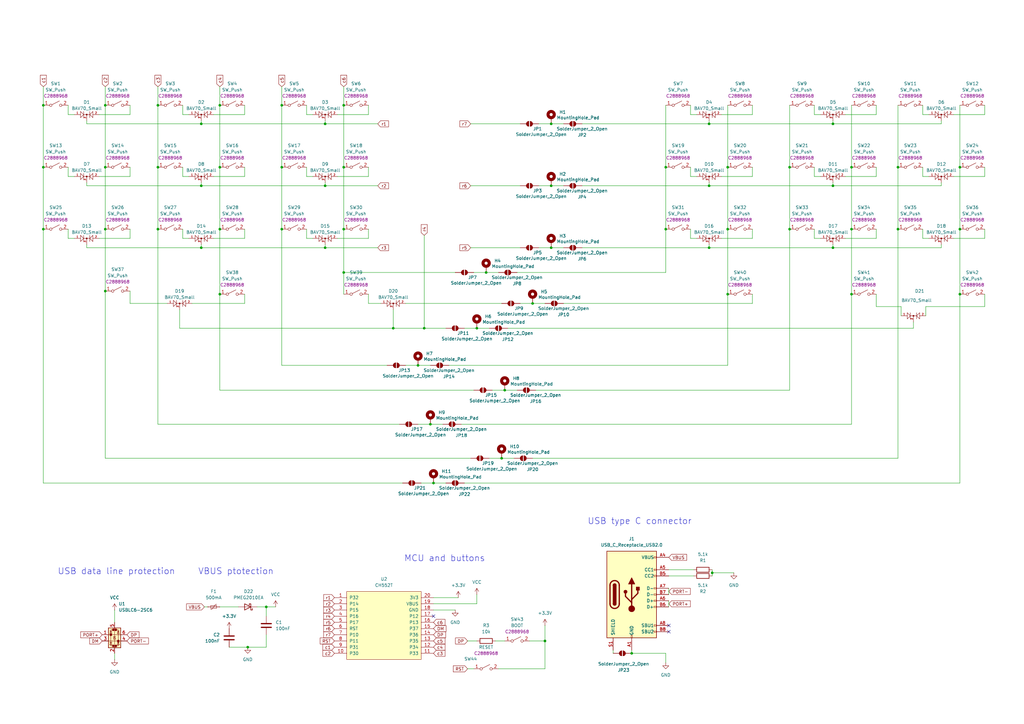
<source format=kicad_sch>
(kicad_sch (version 20231120) (generator "eeschema") (generator_version "8.0")
  (paper "A3")
  (title_block (title "\"Toad'sTempest\" mechanical keyboard") (company "T1K1N$0N") (comment 1 "https://github.com/tikinson/ToadsTempest"))
  (junction (at 90.17 120.65))
  (junction (at 298.45 120.65))
  (junction (at 140.97 111.76))
  (junction (at 298.45 93.98))
  (junction (at 82.55 50.8))
  (junction (at 173.99 134.62))
  (junction (at 393.7 93.98))
  (junction (at 218.44 124.46))
  (junction (at 171.45 149.86))
  (junction (at 207.01 160.02))
  (junction (at 17.78 93.98))
  (junction (at 290.83 76.2))
  (junction (at 64.77 68.58))
  (junction (at 43.18 93.98))
  (junction (at 17.78 68.58))
  (junction (at 115.57 93.98))
  (junction (at 393.7 68.58))
  (junction (at 90.17 43.18))
  (junction (at 115.57 68.58))
  (junction (at 349.25 68.58))
  (junction (at 226.06 76.2))
  (junction (at 273.05 68.58))
  (junction (at 341.63 101.6))
  (junction (at 226.06 50.8))
  (junction (at 133.35 76.2))
  (junction (at 90.17 93.98))
  (junction (at 133.35 101.6))
  (junction (at 101.6 265.43))
  (junction (at 133.35 50.8))
  (junction (at 199.39 111.76))
  (junction (at 273.05 93.98))
  (junction (at 90.17 68.58))
  (junction (at 115.57 43.18))
  (junction (at 290.83 50.8))
  (junction (at 349.25 120.65))
  (junction (at 140.97 93.98))
  (junction (at 82.55 101.6))
  (junction (at 341.63 50.8))
  (junction (at 393.7 120.65))
  (junction (at 368.3 93.98))
  (junction (at 298.45 68.58))
  (junction (at 140.97 68.58))
  (junction (at 177.8 198.12))
  (junction (at 43.18 119.38))
  (junction (at 226.06 101.6))
  (junction (at 290.83 101.6))
  (junction (at 161.29 134.62))
  (junction (at 195.58 134.62))
  (junction (at 223.52 262.89))
  (junction (at 140.97 43.18))
  (junction (at 323.85 93.98))
  (junction (at 259.08 267.97))
  (junction (at 17.78 43.18))
  (junction (at 109.22 248.92))
  (junction (at 341.63 76.2))
  (junction (at 292.1 234.95))
  (junction (at 349.25 93.98))
  (junction (at 323.85 68.58))
  (junction (at 64.77 93.98))
  (junction (at 64.77 43.18))
  (junction (at 43.18 68.58))
  (junction (at 43.18 43.18))
  (junction (at 176.53 173.99))
  (junction (at 82.55 76.2))
  (junction (at 205.74 187.96))
  (junction (at 368.3 68.58))
  (no_connect (at 274.32 256.54))
  (no_connect (at 274.32 259.08))
  (no_connect (at 177.8 252.73))
  (wire (pts (xy 166.37 124.46) (xy 205.74 124.46)))
  (wire (pts (xy 90.17 68.58) (xy 90.17 93.98)))
  (wire (pts (xy 133.35 100.33) (xy 133.35 101.6)))
  (wire (pts (xy 82.55 101.6) (xy 82.55 100.33)))
  (wire (pts (xy 173.99 134.62) (xy 182.88 134.62)))
  (wire (pts (xy 238.76 76.2) (xy 290.83 76.2)))
  (wire (pts (xy 378.46 72.39) (xy 381 72.39)))
  (wire (pts (xy 140.97 68.58) (xy 140.97 93.98)))
  (wire (pts (xy 115.57 43.18) (xy 115.57 68.58)))
  (wire (pts (xy 231.14 101.6) (xy 226.06 101.6)))
  (wire (pts (xy 46.99 250.19) (xy 46.99 255.27)))
  (wire (pts (xy 140.97 35.56) (xy 140.97 43.18)))
  (wire (pts (xy 386.08 50.8) (xy 386.08 49.53)))
  (wire (pts (xy 403.86 93.98) (xy 403.86 97.79)))
  (wire (pts (xy 27.94 72.39) (xy 30.48 72.39)))
  (wire (pts (xy 64.77 35.56) (xy 64.77 43.18)))
  (wire (pts (xy 151.13 97.79) (xy 138.43 97.79)))
  (wire (pts (xy 73.66 134.62) (xy 161.29 134.62)))
  (wire (pts (xy 378.46 43.18) (xy 378.46 46.99)))
  (wire (pts (xy 220.98 76.2) (xy 226.06 76.2)))
  (wire (pts (xy 292.1 234.95) (xy 292.1 236.22)))
  (wire (pts (xy 27.94 97.79) (xy 30.48 97.79)))
  (wire (pts (xy 193.04 101.6) (xy 213.36 101.6)))
  (wire (pts (xy 274.32 233.68) (xy 284.48 233.68)))
  (wire (pts (xy 190.5 198.12) (xy 393.7 198.12)))
  (wire (pts (xy 323.85 93.98) (xy 323.85 160.02)))
  (wire (pts (xy 181.61 173.99) (xy 176.53 173.99)))
  (wire (pts (xy 53.34 119.38) (xy 53.34 124.46)))
  (wire (pts (xy 151.13 72.39) (xy 138.43 72.39)))
  (wire (pts (xy 125.73 68.58) (xy 125.73 72.39)))
  (wire (pts (xy 53.34 124.46) (xy 68.58 124.46)))
  (wire (pts (xy 194.31 111.76) (xy 199.39 111.76)))
  (wire (pts (xy 191.77 262.89) (xy 195.58 262.89)))
  (wire (pts (xy 125.73 43.18) (xy 125.73 46.99)))
  (wire (pts (xy 100.33 72.39) (xy 87.63 72.39)))
  (wire (pts (xy 74.93 93.98) (xy 74.93 97.79)))
  (wire (pts (xy 17.78 43.18) (xy 17.78 68.58)))
  (wire (pts (xy 379.73 125.73) (xy 379.73 129.54)))
  (wire (pts (xy 189.23 173.99) (xy 349.25 173.99)))
  (wire (pts (xy 231.14 124.46) (xy 308.61 124.46)))
  (wire (pts (xy 290.83 76.2) (xy 341.63 76.2)))
  (wire (pts (xy 259.08 266.7) (xy 259.08 267.97)))
  (wire (pts (xy 35.56 101.6) (xy 35.56 100.33)))
  (wire (pts (xy 210.82 187.96) (xy 205.74 187.96)))
  (wire (pts (xy 74.93 43.18) (xy 74.93 46.99)))
  (wire (pts (xy 386.08 76.2) (xy 386.08 74.93)))
  (wire (pts (xy 82.55 50.8) (xy 133.35 50.8)))
  (wire (pts (xy 204.47 111.76) (xy 199.39 111.76)))
  (wire (pts (xy 308.61 46.99) (xy 295.91 46.99)))
  (wire (pts (xy 290.83 101.6) (xy 290.83 100.33)))
  (wire (pts (xy 273.05 267.97) (xy 259.08 267.97)))
  (wire (pts (xy 115.57 93.98) (xy 115.57 149.86)))
  (wire (pts (xy 151.13 93.98) (xy 151.13 97.79)))
  (wire (pts (xy 368.3 68.58) (xy 368.3 93.98)))
  (wire (pts (xy 64.77 173.99) (xy 163.83 173.99)))
  (wire (pts (xy 43.18 93.98) (xy 43.18 119.38)))
  (wire (pts (xy 273.05 68.58) (xy 273.05 93.98)))
  (wire (pts (xy 93.98 265.43) (xy 101.6 265.43)))
  (wire (pts (xy 359.41 72.39) (xy 346.71 72.39)))
  (wire (pts (xy 359.41 125.73) (xy 369.57 125.73)))
  (wire (pts (xy 90.17 35.56) (xy 90.17 43.18)))
  (wire (pts (xy 298.45 68.58) (xy 298.45 93.98)))
  (wire (pts (xy 359.41 97.79) (xy 346.71 97.79)))
  (wire (pts (xy 274.32 246.38) (xy 274.32 248.92)))
  (wire (pts (xy 200.66 187.96) (xy 205.74 187.96)))
  (wire (pts (xy 231.14 76.2) (xy 226.06 76.2)))
  (wire (pts (xy 231.14 50.8) (xy 226.06 50.8)))
  (wire (pts (xy 220.98 50.8) (xy 226.06 50.8)))
  (wire (pts (xy 273.05 111.76) (xy 212.09 111.76)))
  (wire (pts (xy 115.57 35.56) (xy 115.57 43.18)))
  (wire (pts (xy 219.71 160.02) (xy 323.85 160.02)))
  (wire (pts (xy 177.8 245.11) (xy 187.96 245.11)))
  (wire (pts (xy 193.04 50.8) (xy 213.36 50.8)))
  (wire (pts (xy 217.17 262.89) (xy 223.52 262.89)))
  (wire (pts (xy 125.73 93.98) (xy 125.73 97.79)))
  (wire (pts (xy 82.55 76.2) (xy 133.35 76.2)))
  (wire (pts (xy 35.56 76.2) (xy 35.56 74.93)))
  (wire (pts (xy 223.52 256.54) (xy 223.52 262.89)))
  (wire (pts (xy 140.97 93.98) (xy 140.97 111.76)))
  (wire (pts (xy 133.35 74.93) (xy 133.35 76.2)))
  (wire (pts (xy 369.57 125.73) (xy 369.57 129.54)))
  (wire (pts (xy 115.57 68.58) (xy 115.57 93.98)))
  (wire (pts (xy 274.32 236.22) (xy 284.48 236.22)))
  (wire (pts (xy 393.7 93.98) (xy 393.7 120.65)))
  (wire (pts (xy 323.85 43.18) (xy 323.85 68.58)))
  (wire (pts (xy 161.29 127) (xy 161.29 134.62)))
  (wire (pts (xy 283.21 46.99) (xy 285.75 46.99)))
  (wire (pts (xy 359.41 93.98) (xy 359.41 97.79)))
  (wire (pts (xy 115.57 149.86) (xy 158.75 149.86)))
  (wire (pts (xy 203.2 262.89) (xy 207.01 262.89)))
  (wire (pts (xy 195.58 247.65) (xy 195.58 243.84)))
  (wire (pts (xy 82.55 50.8) (xy 82.55 49.53)))
  (wire (pts (xy 74.93 46.99) (xy 77.47 46.99)))
  (wire (pts (xy 292.1 234.95) (xy 292.1 233.68)))
  (wire (pts (xy 223.52 262.89) (xy 223.52 274.32)))
  (wire (pts (xy 53.34 93.98) (xy 53.34 97.79)))
  (wire (pts (xy 274.32 241.3) (xy 274.32 243.84)))
  (wire (pts (xy 90.17 160.02) (xy 194.31 160.02)))
  (wire (pts (xy 403.86 120.65) (xy 403.86 125.73)))
  (wire (pts (xy 341.63 100.33) (xy 341.63 101.6)))
  (wire (pts (xy 17.78 35.56) (xy 17.78 43.18)))
  (wire (pts (xy 290.83 101.6) (xy 341.63 101.6)))
  (wire (pts (xy 308.61 97.79) (xy 295.91 97.79)))
  (wire (pts (xy 374.65 134.62) (xy 374.65 132.08)))
  (wire (pts (xy 35.56 50.8) (xy 35.56 49.53)))
  (wire (pts (xy 190.5 134.62) (xy 195.58 134.62)))
  (wire (pts (xy 386.08 101.6) (xy 386.08 100.33)))
  (wire (pts (xy 27.94 93.98) (xy 27.94 97.79)))
  (wire (pts (xy 208.28 134.62) (xy 374.65 134.62)))
  (wire (pts (xy 334.01 72.39) (xy 336.55 72.39)))
  (wire (pts (xy 73.66 127) (xy 73.66 134.62)))
  (wire (pts (xy 90.17 43.18) (xy 90.17 68.58)))
  (wire (pts (xy 220.98 101.6) (xy 226.06 101.6)))
  (wire (pts (xy 298.45 120.65) (xy 298.45 149.86)))
  (wire (pts (xy 125.73 97.79) (xy 128.27 97.79)))
  (wire (pts (xy 393.7 120.65) (xy 393.7 198.12)))
  (wire (pts (xy 64.77 43.18) (xy 64.77 68.58)))
  (wire (pts (xy 359.41 120.65) (xy 359.41 125.73)))
  (wire (pts (xy 283.21 97.79) (xy 285.75 97.79)))
  (wire (pts (xy 151.13 124.46) (xy 156.21 124.46)))
  (wire (pts (xy 100.33 68.58) (xy 100.33 72.39)))
  (wire (pts (xy 341.63 76.2) (xy 386.08 76.2)))
  (wire (pts (xy 161.29 134.62) (xy 173.99 134.62)))
  (wire (pts (xy 17.78 93.98) (xy 17.78 198.12)))
  (wire (pts (xy 109.22 248.92) (xy 109.22 252.73)))
  (wire (pts (xy 43.18 35.56) (xy 43.18 43.18)))
  (wire (pts (xy 378.46 93.98) (xy 378.46 97.79)))
  (wire (pts (xy 349.25 43.18) (xy 349.25 68.58)))
  (wire (pts (xy 368.3 93.98) (xy 368.3 187.96)))
  (wire (pts (xy 193.04 76.2) (xy 213.36 76.2)))
  (wire (pts (xy 378.46 97.79) (xy 381 97.79)))
  (wire (pts (xy 334.01 43.18) (xy 334.01 46.99)))
  (wire (pts (xy 43.18 119.38) (xy 43.18 187.96)))
  (wire (pts (xy 100.33 93.98) (xy 100.33 97.79)))
  (wire (pts (xy 82.55 76.2) (xy 82.55 74.93)))
  (wire (pts (xy 359.41 46.99) (xy 346.71 46.99)))
  (wire (pts (xy 403.86 68.58) (xy 403.86 72.39)))
  (wire (pts (xy 177.8 250.19) (xy 186.69 250.19)))
  (wire (pts (xy 100.33 124.46) (xy 78.74 124.46)))
  (wire (pts (xy 290.83 50.8) (xy 290.83 49.53)))
  (wire (pts (xy 273.05 43.18) (xy 273.05 68.58)))
  (wire (pts (xy 403.86 97.79) (xy 391.16 97.79)))
  (wire (pts (xy 53.34 97.79) (xy 40.64 97.79)))
  (wire (pts (xy 283.21 72.39) (xy 285.75 72.39)))
  (wire (pts (xy 403.86 43.18) (xy 403.86 46.99)))
  (wire (pts (xy 393.7 43.18) (xy 393.7 68.58)))
  (wire (pts (xy 74.93 68.58) (xy 74.93 72.39)))
  (wire (pts (xy 151.13 120.65) (xy 151.13 124.46)))
  (wire (pts (xy 35.56 50.8) (xy 82.55 50.8)))
  (wire (pts (xy 349.25 120.65) (xy 349.25 173.99)))
  (wire (pts (xy 100.33 43.18) (xy 100.33 46.99)))
  (wire (pts (xy 323.85 68.58) (xy 323.85 93.98)))
  (wire (pts (xy 283.21 43.18) (xy 283.21 46.99)))
  (wire (pts (xy 379.73 125.73) (xy 403.86 125.73)))
  (wire (pts (xy 177.8 247.65) (xy 195.58 247.65)))
  (wire (pts (xy 403.86 72.39) (xy 391.16 72.39)))
  (wire (pts (xy 151.13 46.99) (xy 138.43 46.99)))
  (wire (pts (xy 300.99 234.95) (xy 292.1 234.95)))
  (wire (pts (xy 53.34 43.18) (xy 53.34 46.99)))
  (wire (pts (xy 74.93 97.79) (xy 77.47 97.79)))
  (wire (pts (xy 35.56 76.2) (xy 82.55 76.2)))
  (wire (pts (xy 109.22 248.92) (xy 113.03 248.92)))
  (wire (pts (xy 341.63 49.53) (xy 341.63 50.8)))
  (wire (pts (xy 64.77 93.98) (xy 64.77 173.99)))
  (wire (pts (xy 213.36 124.46) (xy 218.44 124.46)))
  (wire (pts (xy 53.34 68.58) (xy 53.34 72.39)))
  (wire (pts (xy 64.77 68.58) (xy 64.77 93.98)))
  (wire (pts (xy 334.01 46.99) (xy 336.55 46.99)))
  (wire (pts (xy 133.35 101.6) (xy 154.94 101.6)))
  (wire (pts (xy 82.55 101.6) (xy 35.56 101.6)))
  (wire (pts (xy 308.61 43.18) (xy 308.61 46.99)))
  (wire (pts (xy 191.77 274.32) (xy 194.31 274.32)))
  (wire (pts (xy 403.86 46.99) (xy 391.16 46.99)))
  (wire (pts (xy 173.99 96.52) (xy 173.99 134.62)))
  (wire (pts (xy 290.83 50.8) (xy 341.63 50.8)))
  (wire (pts (xy 101.6 265.43) (xy 109.22 265.43)))
  (wire (pts (xy 283.21 93.98) (xy 283.21 97.79)))
  (wire (pts (xy 46.99 267.97) (xy 46.99 270.51)))
  (wire (pts (xy 393.7 68.58) (xy 393.7 93.98)))
  (wire (pts (xy 212.09 160.02) (xy 207.01 160.02)))
  (wire (pts (xy 334.01 97.79) (xy 336.55 97.79)))
  (wire (pts (xy 125.73 72.39) (xy 128.27 72.39)))
  (wire (pts (xy 341.63 74.93) (xy 341.63 76.2)))
  (wire (pts (xy 308.61 120.65) (xy 308.61 124.46)))
  (wire (pts (xy 334.01 93.98) (xy 334.01 97.79)))
  (wire (pts (xy 298.45 43.18) (xy 298.45 68.58)))
  (wire (pts (xy 100.33 97.79) (xy 87.63 97.79)))
  (wire (pts (xy 341.63 101.6) (xy 386.08 101.6)))
  (wire (pts (xy 273.05 93.98) (xy 273.05 111.76)))
  (wire (pts (xy 53.34 72.39) (xy 40.64 72.39)))
  (wire (pts (xy 109.22 265.43) (xy 109.22 260.35)))
  (wire (pts (xy 349.25 68.58) (xy 349.25 93.98)))
  (wire (pts (xy 90.17 93.98) (xy 90.17 120.65)))
  (wire (pts (xy 53.34 46.99) (xy 40.64 46.99)))
  (wire (pts (xy 90.17 120.65) (xy 90.17 160.02)))
  (wire (pts (xy 223.52 274.32) (xy 204.47 274.32)))
  (wire (pts (xy 43.18 68.58) (xy 43.18 93.98)))
  (wire (pts (xy 238.76 50.8) (xy 290.83 50.8)))
  (wire (pts (xy 100.33 46.99) (xy 87.63 46.99)))
  (wire (pts (xy 17.78 68.58) (xy 17.78 93.98)))
  (wire (pts (xy 140.97 111.76) (xy 140.97 120.65)))
  (wire (pts (xy 186.69 111.76) (xy 140.97 111.76)))
  (wire (pts (xy 290.83 76.2) (xy 290.83 74.93)))
  (wire (pts (xy 349.25 93.98) (xy 349.25 120.65)))
  (wire (pts (xy 273.05 267.97) (xy 273.05 271.78)))
  (wire (pts (xy 238.76 101.6) (xy 290.83 101.6)))
  (wire (pts (xy 308.61 72.39) (xy 295.91 72.39)))
  (wire (pts (xy 359.41 43.18) (xy 359.41 46.99)))
  (wire (pts (xy 151.13 68.58) (xy 151.13 72.39)))
  (wire (pts (xy 43.18 43.18) (xy 43.18 68.58)))
  (wire (pts (xy 166.37 149.86) (xy 171.45 149.86)))
  (wire (pts (xy 368.3 43.18) (xy 368.3 68.58)))
  (wire (pts (xy 334.01 68.58) (xy 334.01 72.39)))
  (wire (pts (xy 140.97 43.18) (xy 140.97 68.58)))
  (wire (pts (xy 27.94 68.58) (xy 27.94 72.39)))
  (wire (pts (xy 83.82 248.92) (xy 85.09 248.92)))
  (wire (pts (xy 251.46 266.7) (xy 251.46 267.97)))
  (wire (pts (xy 378.46 46.99) (xy 381 46.99)))
  (wire (pts (xy 184.15 149.86) (xy 298.45 149.86)))
  (wire (pts (xy 193.04 187.96) (xy 43.18 187.96)))
  (wire (pts (xy 171.45 149.86) (xy 176.53 149.86)))
  (wire (pts (xy 171.45 173.99) (xy 176.53 173.99)))
  (wire (pts (xy 368.3 187.96) (xy 218.44 187.96)))
  (wire (pts (xy 283.21 68.58) (xy 283.21 72.39)))
  (wire (pts (xy 359.41 68.58) (xy 359.41 72.39)))
  (wire (pts (xy 218.44 124.46) (xy 223.52 124.46)))
  (wire (pts (xy 378.46 68.58) (xy 378.46 72.39)))
  (wire (pts (xy 298.45 93.98) (xy 298.45 120.65)))
  (wire (pts (xy 177.8 198.12) (xy 182.88 198.12)))
  (wire (pts (xy 125.73 46.99) (xy 128.27 46.99)))
  (wire (pts (xy 308.61 68.58) (xy 308.61 72.39)))
  (wire (pts (xy 151.13 43.18) (xy 151.13 46.99)))
  (wire (pts (xy 74.93 72.39) (xy 77.47 72.39)))
  (wire (pts (xy 105.41 248.92) (xy 109.22 248.92)))
  (wire (pts (xy 27.94 46.99) (xy 30.48 46.99)))
  (wire (pts (xy 90.17 248.92) (xy 97.79 248.92)))
  (wire (pts (xy 133.35 49.53) (xy 133.35 50.8)))
  (wire (pts (xy 201.93 160.02) (xy 207.01 160.02)))
  (wire (pts (xy 82.55 101.6) (xy 133.35 101.6)))
  (wire (pts (xy 133.35 50.8) (xy 154.94 50.8)))
  (wire (pts (xy 172.72 198.12) (xy 177.8 198.12)))
  (wire (pts (xy 195.58 134.62) (xy 200.66 134.62)))
  (wire (pts (xy 308.61 93.98) (xy 308.61 97.79)))
  (wire (pts (xy 27.94 43.18) (xy 27.94 46.99)))
  (wire (pts (xy 341.63 50.8) (xy 386.08 50.8)))
  (wire (pts (xy 100.33 120.65) (xy 100.33 124.46)))
  (wire (pts (xy 133.35 76.2) (xy 154.94 76.2)))
  (wire (pts (xy 17.78 198.12) (xy 165.1 198.12)))
  (text "USB data line protection\n" (at 47.752 234.442 0) (effects (font (size 2.54 2.54))))
  (text "MCU and buttons\n" (at 182.372 229.108 0) (effects (font (size 2.54 2.54))))
  (text "USB type C connector\n" (at 262.382 213.868 0) (effects (font (size 2.54 2.54))))
  (text "VBUS ptotection\n" (at 96.774 234.442 0) (effects (font (size 2.54 2.54))))
  (global_label "RST" (shape input) (at 137.16 262.89 180) (property "Intersheetrefs" "${INTERSHEET_REFS}" (effects (hide yes))))
  (global_label "DP" (shape input) (at 52.07 260.35 0) (property "Intersheetrefs" "${INTERSHEET_REFS}" (effects (hide yes))))
  (global_label "c4" (shape input) (at 177.8 265.43 0) (property "Intersheetrefs" "${INTERSHEET_REFS}" (effects (hide yes))))
  (global_label "r1" (shape input) (at 154.94 50.8 0) (property "Intersheetrefs" "${INTERSHEET_REFS}" (effects (hide yes))))
  (global_label "r2" (shape input) (at 137.16 247.65 180) (property "Intersheetrefs" "${INTERSHEET_REFS}" (effects (hide yes))))
  (global_label "DP" (shape input) (at 191.77 262.89 180) (property "Intersheetrefs" "${INTERSHEET_REFS}" (effects (hide yes))))
  (global_label "c1" (shape input) (at 17.78 35.56 90) (property "Intersheetrefs" "${INTERSHEET_REFS}" (effects (hide yes))))
  (global_label "r1" (shape input) (at 137.16 245.11 180) (property "Intersheetrefs" "${INTERSHEET_REFS}" (effects (hide yes))))
  (global_label "DM" (shape input) (at 41.91 262.89 180) (property "Intersheetrefs" "${INTERSHEET_REFS}" (effects (hide yes))))
  (global_label "DM" (shape input) (at 177.8 257.81 0) (property "Intersheetrefs" "${INTERSHEET_REFS}" (effects (hide yes))))
  (global_label "r5" (shape input) (at 137.16 255.27 180) (property "Intersheetrefs" "${INTERSHEET_REFS}" (effects (hide yes))))
  (global_label "c4" (shape input) (at 90.17 35.56 90) (property "Intersheetrefs" "${INTERSHEET_REFS}" (effects (hide yes))))
  (global_label "r3" (shape input) (at 154.94 101.6 0) (property "Intersheetrefs" "${INTERSHEET_REFS}" (effects (hide yes))))
  (global_label "r4" (shape input) (at 137.16 252.73 180) (property "Intersheetrefs" "${INTERSHEET_REFS}" (effects (hide yes))))
  (global_label "VBUS" (shape input) (at 83.82 248.92 180) (property "Intersheetrefs" "${INTERSHEET_REFS}" (effects (hide yes))))
  (global_label "c6" (shape input) (at 140.97 35.56 90) (property "Intersheetrefs" "${INTERSHEET_REFS}" (effects (hide yes))))
  (global_label "PORT-" (shape input) (at 274.32 242.57 0) (property "Intersheetrefs" "${INTERSHEET_REFS}" (effects (hide yes))))
  (global_label "c2" (shape input) (at 43.18 35.56 90) (property "Intersheetrefs" "${INTERSHEET_REFS}" (effects (hide yes))))
  (global_label "r5" (shape input) (at 193.04 101.6 180) (property "Intersheetrefs" "${INTERSHEET_REFS}" (effects (hide yes))))
  (global_label "r4" (shape input) (at 173.99 96.52 90) (property "Intersheetrefs" "${INTERSHEET_REFS}" (effects (hide yes))))
  (global_label "r6" (shape input) (at 193.04 76.2 180) (property "Intersheetrefs" "${INTERSHEET_REFS}" (effects (hide yes))))
  (global_label "r2" (shape input) (at 154.94 76.2 0) (property "Intersheetrefs" "${INTERSHEET_REFS}" (effects (hide yes))))
  (global_label "r6" (shape input) (at 137.16 257.81 180) (property "Intersheetrefs" "${INTERSHEET_REFS}" (effects (hide yes))))
  (global_label "PORT+" (shape input) (at 41.91 260.35 180) (property "Intersheetrefs" "${INTERSHEET_REFS}" (effects (hide yes))))
  (global_label "PORT+" (shape input) (at 274.32 247.65 0) (property "Intersheetrefs" "${INTERSHEET_REFS}" (effects (hide yes))))
  (global_label "c3" (shape input) (at 64.77 35.56 90) (property "Intersheetrefs" "${INTERSHEET_REFS}" (effects (hide yes))))
  (global_label "r3" (shape input) (at 137.16 250.19 180) (property "Intersheetrefs" "${INTERSHEET_REFS}" (effects (hide yes))))
  (global_label "c1" (shape input) (at 137.16 265.43 180) (property "Intersheetrefs" "${INTERSHEET_REFS}" (effects (hide yes))))
  (global_label "RST" (shape input) (at 191.77 274.32 180) (property "Intersheetrefs" "${INTERSHEET_REFS}" (effects (hide yes))))
  (global_label "c5" (shape input) (at 177.8 262.89 0) (property "Intersheetrefs" "${INTERSHEET_REFS}" (effects (hide yes))))
  (global_label "r7" (shape input) (at 193.04 50.8 180) (property "Intersheetrefs" "${INTERSHEET_REFS}" (effects (hide yes))))
  (global_label "c2" (shape input) (at 137.16 267.97 180) (property "Intersheetrefs" "${INTERSHEET_REFS}" (effects (hide yes))))
  (global_label "r7" (shape input) (at 137.16 260.35 180) (property "Intersheetrefs" "${INTERSHEET_REFS}" (effects (hide yes))))
  (global_label "c6" (shape input) (at 177.8 255.27 0) (property "Intersheetrefs" "${INTERSHEET_REFS}" (effects (hide yes))))
  (global_label "DP" (shape input) (at 177.8 260.35 0) (property "Intersheetrefs" "${INTERSHEET_REFS}" (effects (hide yes))))
  (global_label "c5" (shape input) (at 115.57 35.56 90) (property "Intersheetrefs" "${INTERSHEET_REFS}" (effects (hide yes))))
  (global_label "VBUS" (shape input) (at 274.32 228.6 0) (property "Intersheetrefs" "${INTERSHEET_REFS}" (effects (hide yes))))
  (global_label "PORT-" (shape input) (at 52.07 262.89 0) (property "Intersheetrefs" "${INTERSHEET_REFS}" (effects (hide yes))))
  (global_label "c3" (shape input) (at 177.8 267.97 0) (property "Intersheetrefs" "${INTERSHEET_REFS}" (effects (hide yes))))
  (symbol (lib_id "Switch:SW_SPST") (at 328.93 68.58 0) (unit 1)
    (property "Reference" "SW21" (at 328.93 59.69 0))
    (property "Value" "SW_Push" (at 328.93 62.23 0))
    (property "Footprint" "TKN_board_lib:BZCN-tsc003" (effects (hide yes)))
    (property "Description" "Single Pole Single Throw (SPST) switch" (effects (hide yes)))
    (property "LCSC Part " "C2888968" (at 328.93 64.77 0))
  )
  (symbol (lib_id "MarBastLib-Various:BAV70_Small") (at 386.08 97.79 0) (unit 1)
    (property "Reference" "D18" (at 386.08 92.71 0))
    (property "Value" "BAV70_Small" (at 386.08 95.25 0))
    (property "Footprint" "Package_TO_SOT_SMD:SOT-23_Handsoldering" (effects (hide yes)))
    (property "Datasheet" "https://assets.nexperia.com/documents/data-sheet/BAV70_SER.pdf" (effects (hide yes)))
  )
  (symbol (lib_id "MarBastLib-Various:BAV70_Small") (at 290.83 46.99 0) (unit 1)
    (property "Reference" "D4" (at 290.83 41.91 0))
    (property "Value" "BAV70_Small" (at 290.83 44.45 0))
    (property "Footprint" "Package_TO_SOT_SMD:SOT-23_Handsoldering" (effects (hide yes)))
    (property "Datasheet" "https://assets.nexperia.com/documents/data-sheet/BAV70_SER.pdf" (effects (hide yes)))
  )
  (symbol (lib_id "MarBastLib-Various:BAV70_Small") (at 161.29 124.46 0) (unit 1)
    (property "Reference" "D20" (at 161.29 119.38 0))
    (property "Value" "BAV70_Small" (at 161.29 121.92 0))
    (property "Footprint" "Package_TO_SOT_SMD:SOT-23_Handsoldering" (effects (hide yes)))
    (property "Datasheet" "https://assets.nexperia.com/documents/data-sheet/BAV70_SER.pdf" (effects (hide yes)))
  )
  (symbol (lib_id "Mechanical:MountingHole_Pad") (at 207.01 157.48 0) (unit 1) (exclude_from_sim yes) (in_bom no)
    (property "Reference" "H8" (at 210.312 155.194 0) (effects (justify left)))
    (property "Value" "MountingHole_Pad" (at 209.296 157.48 0) (effects (justify left)))
    (property "Footprint" "reversable keeb parts:castellated pad" (effects (hide yes)))
    (property "Description" "Mounting Hole with connection" (effects (hide yes)))
  )
  (symbol (lib_id "Switch:SW_SPST") (at 328.93 93.98 0) (unit 1)
    (property "Reference" "SW33" (at 328.93 85.09 0))
    (property "Value" "SW_Push" (at 328.93 87.63 0))
    (property "Footprint" "TKN_board_lib:BZCN-tsc003" (effects (hide yes)))
    (property "Description" "Single Pole Single Throw (SPST) switch" (effects (hide yes)))
    (property "LCSC Part " "C2888968" (at 328.93 90.17 0))
  )
  (symbol (lib_id "Switch:SW_SPST") (at 146.05 68.58 0) (unit 1)
    (property "Reference" "SW18" (at 146.05 59.69 0))
    (property "Value" "SW_Push" (at 146.05 62.23 0))
    (property "Footprint" "TKN_board_lib:BZCN-tsc003" (effects (hide yes)))
    (property "Description" "Single Pole Single Throw (SPST) switch" (effects (hide yes)))
    (property "LCSC Part " "C2888968" (at 146.05 64.77 0))
  )
  (symbol (lib_id "Jumper:SolderJumper_2_Open") (at 215.9 160.02 0) (unit 1) (exclude_from_sim yes) (in_bom no)
    (property "Reference" "JP16" (at 219.71 164.592 0))
    (property "Value" "SolderJumper_2_Open" (at 219.71 162.052 0))
    (property "Footprint" "Jumper:SolderJumper-2_P1.3mm_Open_TrianglePad1.0x1.5mm" (effects (hide yes)))
    (property "Description" "Solder Jumper, 2-pole, open" (effects (hide yes)))
  )
  (symbol (lib_id "Mechanical:MountingHole_Pad") (at 226.06 73.66 0) (unit 1) (exclude_from_sim yes) (in_bom no)
    (property "Reference" "H2" (at 229.362 71.374 0) (effects (justify left)))
    (property "Value" "MountingHole_Pad" (at 228.346 73.66 0) (effects (justify left)))
    (property "Footprint" "reversable keeb parts:castellated pad" (effects (hide yes)))
    (property "Description" "Mounting Hole with connection" (effects (hide yes)))
  )
  (symbol (lib_id "Switch:SW_SPST") (at 95.25 43.18 0) (unit 1)
    (property "Reference" "SW4" (at 95.25 34.29 0))
    (property "Value" "SW_Push" (at 95.25 36.83 0))
    (property "Footprint" "TKN_board_lib:BZCN-tsc003" (effects (hide yes)))
    (property "Description" "Single Pole Single Throw (SPST) switch" (effects (hide yes)))
    (property "LCSC Part " "C2888968" (at 95.25 39.37 0))
  )
  (symbol (lib_id "Switch:SW_SPST") (at 278.13 68.58 0) (unit 1)
    (property "Reference" "SW19" (at 278.13 59.69 0))
    (property "Value" "SW_Push" (at 278.13 62.23 0))
    (property "Footprint" "TKN_board_lib:BZCN-tsc003" (effects (hide yes)))
    (property "Description" "Single Pole Single Throw (SPST) switch" (effects (hide yes)))
    (property "LCSC Part " "C2888968" (at 278.13 64.77 0))
  )
  (symbol (lib_id "Jumper:SolderJumper_2_Open") (at 208.28 111.76 0) (unit 1) (exclude_from_sim yes) (in_bom no)
    (property "Reference" "JP8" (at 212.09 116.332 0))
    (property "Value" "SolderJumper_2_Open" (at 212.09 113.792 0))
    (property "Footprint" "Jumper:SolderJumper-2_P1.3mm_Open_TrianglePad1.0x1.5mm" (effects (hide yes)))
    (property "Description" "Solder Jumper, 2-pole, open" (effects (hide yes)))
  )
  (symbol (lib_id "Jumper:SolderJumper_2_Open") (at 234.95 76.2 0) (unit 1) (exclude_from_sim yes) (in_bom no)
    (property "Reference" "JP4" (at 238.76 80.772 0))
    (property "Value" "SolderJumper_2_Open" (at 238.76 78.232 0))
    (property "Footprint" "Jumper:SolderJumper-2_P1.3mm_Open_TrianglePad1.0x1.5mm" (effects (hide yes)))
    (property "Description" "Solder Jumper, 2-pole, open" (effects (hide yes)))
  )
  (symbol (lib_id "Jumper:SolderJumper_2_Open") (at 217.17 76.2 0) (unit 1) (exclude_from_sim yes) (in_bom no)
    (property "Reference" "JP3" (at 220.472 78.232 0))
    (property "Value" "SolderJumper_2_Open" (at 221.996 80.518 0))
    (property "Footprint" "Jumper:SolderJumper-2_P1.3mm_Open_TrianglePad1.0x1.5mm" (effects (hide yes)))
    (property "Description" "Solder Jumper, 2-pole, open" (effects (hide yes)))
  )
  (symbol (lib_id "Switch:SW_SPST") (at 146.05 43.18 0) (unit 1)
    (property "Reference" "SW6" (at 146.05 34.29 0))
    (property "Value" "SW_Push" (at 146.05 36.83 0))
    (property "Footprint" "TKN_board_lib:BZCN-tsc003" (effects (hide yes)))
    (property "Description" "Single Pole Single Throw (SPST) switch" (effects (hide yes)))
    (property "LCSC Part " "C2888968" (at 146.05 39.37 0))
  )
  (symbol (lib_id "Jumper:SolderJumper_2_Open") (at 186.69 134.62 0) (unit 1) (exclude_from_sim yes) (in_bom no)
    (property "Reference" "JP11" (at 189.992 136.652 0))
    (property "Value" "SolderJumper_2_Open" (at 191.516 138.938 0))
    (property "Footprint" "Jumper:SolderJumper-2_P1.3mm_Open_TrianglePad1.0x1.5mm" (effects (hide yes)))
    (property "Description" "Solder Jumper, 2-pole, open" (effects (hide yes)))
  )
  (symbol (lib_id "MarBastLib-Various:BAV70_Small") (at 133.35 46.99 0) (unit 1)
    (property "Reference" "D3" (at 133.35 41.91 0))
    (property "Value" "BAV70_Small" (at 133.35 44.45 0))
    (property "Footprint" "Package_TO_SOT_SMD:SOT-23_Handsoldering" (effects (hide yes)))
    (property "Datasheet" "https://assets.nexperia.com/documents/data-sheet/BAV70_SER.pdf" (effects (hide yes)))
  )
  (symbol (lib_id "Mechanical:MountingHole_Pad") (at 177.8 195.58 0) (unit 1) (exclude_from_sim yes) (in_bom no)
    (property "Reference" "H11" (at 181.102 193.294 0) (effects (justify left)))
    (property "Value" "MountingHole_Pad" (at 180.086 195.58 0) (effects (justify left)))
    (property "Footprint" "reversable keeb parts:castellated pad" (effects (hide yes)))
    (property "Description" "Mounting Hole with connection" (effects (hide yes)))
  )
  (symbol (lib_id "power:+3.3V") (at 223.52 256.54 0) (unit 1)
    (property "Reference" "#PWR07" (effects (hide yes)))
    (property "Value" "+3.3V" (at 223.52 251.46 0))
    (property "Description" "Power symbol creates a global label with name \"+3.3V\"" (effects (hide yes)))
  )
  (symbol (lib_id "Mechanical:MountingHole_Pad") (at 226.06 48.26 0) (unit 1) (exclude_from_sim yes) (in_bom no)
    (property "Reference" "H1" (at 229.362 45.974 0) (effects (justify left)))
    (property "Value" "MountingHole_Pad" (at 228.346 48.26 0) (effects (justify left)))
    (property "Footprint" "reversable keeb parts:castellated pad" (effects (hide yes)))
    (property "Description" "Mounting Hole with connection" (effects (hide yes)))
  )
  (symbol (lib_id "Jumper:SolderJumper_2_Open") (at 190.5 111.76 0) (unit 1) (exclude_from_sim yes) (in_bom no)
    (property "Reference" "JP7" (at 193.802 113.792 0))
    (property "Value" "SolderJumper_2_Open" (at 195.326 116.078 0))
    (property "Footprint" "Jumper:SolderJumper-2_P1.3mm_Open_TrianglePad1.0x1.5mm" (effects (hide yes)))
    (property "Description" "Solder Jumper, 2-pole, open" (effects (hide yes)))
  )
  (symbol (lib_id "Jumper:SolderJumper_2_Open") (at 180.34 149.86 0) (unit 1) (exclude_from_sim yes) (in_bom no)
    (property "Reference" "JP14" (at 184.15 154.432 0))
    (property "Value" "SolderJumper_2_Open" (at 184.15 151.892 0))
    (property "Footprint" "Jumper:SolderJumper-2_P1.3mm_Open_TrianglePad1.0x1.5mm" (effects (hide yes)))
    (property "Description" "Solder Jumper, 2-pole, open" (effects (hide yes)))
  )
  (symbol (lib_id "Switch:SW_SPST") (at 69.85 93.98 0) (unit 1)
    (property "Reference" "SW27" (at 69.85 85.09 0))
    (property "Value" "SW_Push" (at 69.85 87.63 0))
    (property "Footprint" "TKN_board_lib:BZCN-tsc003" (effects (hide yes)))
    (property "Description" "Single Pole Single Throw (SPST) switch" (effects (hide yes)))
    (property "LCSC Part " "C2888968" (at 69.85 90.17 0))
  )
  (symbol (lib_id "Switch:SW_SPST") (at 48.26 93.98 0) (unit 1)
    (property "Reference" "SW26" (at 48.26 85.09 0))
    (property "Value" "SW_Push" (at 48.26 87.63 0))
    (property "Footprint" "TKN_board_lib:BZCN-tsc003" (effects (hide yes)))
    (property "Description" "Single Pole Single Throw (SPST) switch" (effects (hide yes)))
    (property "LCSC Part " "C2888968" (at 48.26 90.17 0))
  )
  (symbol (lib_id "Jumper:SolderJumper_2_Open") (at 162.56 149.86 0) (unit 1) (exclude_from_sim yes) (in_bom no)
    (property "Reference" "JP13" (at 165.862 151.892 0))
    (property "Value" "SolderJumper_2_Open" (at 167.386 154.178 0))
    (property "Footprint" "Jumper:SolderJumper-2_P1.3mm_Open_TrianglePad1.0x1.5mm" (effects (hide yes)))
    (property "Description" "Solder Jumper, 2-pole, open" (effects (hide yes)))
  )
  (symbol (lib_id "Mechanical:MountingHole_Pad") (at 226.06 99.06 0) (unit 1) (exclude_from_sim yes) (in_bom no)
    (property "Reference" "H3" (at 229.362 96.774 0) (effects (justify left)))
    (property "Value" "MountingHole_Pad" (at 228.346 99.06 0) (effects (justify left)))
    (property "Footprint" "reversable keeb parts:castellated pad" (effects (hide yes)))
    (property "Description" "Mounting Hole with connection" (effects (hide yes)))
  )
  (symbol (lib_id "power:GND") (at 186.69 250.19 0) (unit 1)
    (property "Reference" "#PWR06" (effects (hide yes)))
    (property "Value" "GND" (at 186.69 255.27 0))
    (property "Description" "Power symbol creates a global label with name \"GND\" , ground" (effects (hide yes)))
  )
  (symbol (lib_id "Switch:SW_SPST") (at 278.13 93.98 0) (unit 1)
    (property "Reference" "SW31" (at 278.13 85.09 0))
    (property "Value" "SW_Push" (at 278.13 87.63 0))
    (property "Footprint" "TKN_board_lib:BZCN-tsc003" (effects (hide yes)))
    (property "Description" "Single Pole Single Throw (SPST) switch" (effects (hide yes)))
    (property "LCSC Part " "C2888968" (at 278.13 90.17 0))
  )
  (symbol (lib_id "MarBastLib-Various:BAV70_Small") (at 386.08 46.99 0) (unit 1)
    (property "Reference" "D6" (at 386.08 41.91 0))
    (property "Value" "BAV70_Small" (at 386.08 44.45 0))
    (property "Footprint" "Package_TO_SOT_SMD:SOT-23_Handsoldering" (effects (hide yes)))
    (property "Datasheet" "https://assets.nexperia.com/documents/data-sheet/BAV70_SER.pdf" (effects (hide yes)))
  )
  (symbol (lib_id "MarBastLib-Various:BAV70_Small") (at 35.56 46.99 0) (unit 1)
    (property "Reference" "D1" (at 35.56 41.91 0))
    (property "Value" "BAV70_Small" (at 35.56 44.45 0))
    (property "Footprint" "Package_TO_SOT_SMD:SOT-23_Handsoldering" (effects (hide yes)))
    (property "Datasheet" "https://assets.nexperia.com/documents/data-sheet/BAV70_SER.pdf" (effects (hide yes)))
  )
  (symbol (lib_id "Power_Protection:USBLC6-2SC6") (at 46.99 260.35 0) (unit 1)
    (property "Reference" "U1" (at 48.6411 247.65 0) (effects (justify left)))
    (property "Value" "USBLC6-2SC6" (at 48.6411 250.19 0) (effects (justify left)))
    (property "Footprint" "Package_TO_SOT_SMD:SOT-23-6" (effects (hide yes)))
    (property "Datasheet" "https://www.st.com/resource/en/datasheet/usblc6-2.pdf" (effects (hide yes)))
    (property "Description" "Very low capacitance ESD protection diode, 2 data-line, SOT-23-6" (effects (hide yes)))
    (property "JLCPCB_CORRECTION" "0; 0; 270" (effects (hide yes)))
    (property "LCSC" "C2687116" (effects (hide yes)))
  )
  (symbol (lib_id "Jumper:SolderJumper_2_Open") (at 204.47 134.62 0) (unit 1) (exclude_from_sim yes) (in_bom no)
    (property "Reference" "JP12" (at 208.28 139.192 0))
    (property "Value" "SolderJumper_2_Open" (at 208.28 136.652 0))
    (property "Footprint" "Jumper:SolderJumper-2_P1.3mm_Open_TrianglePad1.0x1.5mm" (effects (hide yes)))
    (property "Description" "Solder Jumper, 2-pole, open" (effects (hide yes)))
  )
  (symbol (lib_id "Jumper:SolderJumper_2_Open") (at 168.91 198.12 0) (unit 1) (exclude_from_sim yes) (in_bom no)
    (property "Reference" "JP21" (at 172.212 200.152 0))
    (property "Value" "SolderJumper_2_Open" (at 173.736 202.438 0))
    (property "Footprint" "Jumper:SolderJumper-2_P1.3mm_Open_TrianglePad1.0x1.5mm" (effects (hide yes)))
    (property "Description" "Solder Jumper, 2-pole, open" (effects (hide yes)))
  )
  (symbol (lib_id "Switch:SW_SPST") (at 120.65 68.58 0) (unit 1)
    (property "Reference" "SW17" (at 120.65 59.69 0))
    (property "Value" "SW_Push" (at 120.65 62.23 0))
    (property "Footprint" "TKN_board_lib:BZCN-tsc003" (effects (hide yes)))
    (property "Description" "Single Pole Single Throw (SPST) switch" (effects (hide yes)))
    (property "LCSC Part " "C2888968" (at 120.65 64.77 0))
  )
  (symbol (lib_id "Jumper:SolderJumper_2_Open") (at 255.27 267.97 0) (unit 1) (exclude_from_sim yes) (in_bom no)
    (property "Reference" "JP23" (at 255.778 274.828 0))
    (property "Value" "SolderJumper_2_Open" (at 255.778 272.288 0))
    (property "Footprint" "Jumper:SolderJumper-2_P1.3mm_Open_TrianglePad1.0x1.5mm" (effects (hide yes)))
    (property "Description" "Solder Jumper, 2-pole, open" (effects (hide yes)))
  )
  (symbol (lib_id "MarBastLib-Various:BAV70_Small") (at 133.35 72.39 0) (unit 1)
    (property "Reference" "D9" (at 133.35 67.31 0))
    (property "Value" "BAV70_Small" (at 133.35 69.85 0))
    (property "Footprint" "Package_TO_SOT_SMD:SOT-23_Handsoldering" (effects (hide yes)))
    (property "Datasheet" "https://assets.nexperia.com/documents/data-sheet/BAV70_SER.pdf" (effects (hide yes)))
  )
  (symbol (lib_id "power:+3.3V") (at 187.96 245.11 0) (unit 1)
    (property "Reference" "#PWR03" (effects (hide yes)))
    (property "Value" "+3.3V" (at 187.96 240.03 0))
    (property "Description" "Power symbol creates a global label with name \"+3.3V\"" (effects (hide yes)))
  )
  (symbol (lib_id "Jumper:SolderJumper_2_Open") (at 214.63 187.96 0) (unit 1) (exclude_from_sim yes) (in_bom no)
    (property "Reference" "JP20" (at 218.44 192.532 0))
    (property "Value" "SolderJumper_2_Open" (at 218.44 189.992 0))
    (property "Footprint" "Jumper:SolderJumper-2_P1.3mm_Open_TrianglePad1.0x1.5mm" (effects (hide yes)))
    (property "Description" "Solder Jumper, 2-pole, open" (effects (hide yes)))
  )
  (symbol (lib_id "Switch:SW_SPST") (at 303.53 68.58 0) (unit 1)
    (property "Reference" "SW20" (at 303.53 59.69 0))
    (property "Value" "SW_Push" (at 303.53 62.23 0))
    (property "Footprint" "TKN_board_lib:BZCN-tsc003" (effects (hide yes)))
    (property "Description" "Single Pole Single Throw (SPST) switch" (effects (hide yes)))
    (property "LCSC Part " "C2888968" (at 303.53 64.77 0))
  )
  (symbol (lib_id "Switch:SW_SPST") (at 398.78 93.98 0) (unit 1)
    (property "Reference" "SW36" (at 398.78 85.09 0))
    (property "Value" "SW_Push" (at 398.78 87.63 0))
    (property "Footprint" "TKN_board_lib:BZCN-tsc003" (effects (hide yes)))
    (property "Description" "Single Pole Single Throw (SPST) switch" (effects (hide yes)))
    (property "LCSC Part " "C2888968" (at 398.78 90.17 0))
  )
  (symbol (lib_id "Jumper:SolderJumper_2_Open") (at 196.85 187.96 0) (unit 1) (exclude_from_sim yes) (in_bom no)
    (property "Reference" "JP19" (at 200.152 189.992 0))
    (property "Value" "SolderJumper_2_Open" (at 201.676 192.278 0))
    (property "Footprint" "Jumper:SolderJumper-2_P1.3mm_Open_TrianglePad1.0x1.5mm" (effects (hide yes)))
    (property "Description" "Solder Jumper, 2-pole, open" (effects (hide yes)))
  )
  (symbol (lib_id "MarBastLib-Various:BAV70_Small") (at 73.66 124.46 0) (unit 1)
    (property "Reference" "D19" (at 73.66 119.38 0))
    (property "Value" "BAV70_Small" (at 73.66 121.92 0))
    (property "Footprint" "Package_TO_SOT_SMD:SOT-23_Handsoldering" (effects (hide yes)))
    (property "Datasheet" "https://assets.nexperia.com/documents/data-sheet/BAV70_SER.pdf" (effects (hide yes)))
  )
  (symbol (lib_id "Switch:SW_SPST") (at 120.65 93.98 0) (unit 1)
    (property "Reference" "SW29" (at 120.65 85.09 0))
    (property "Value" "SW_Push" (at 120.65 87.63 0))
    (property "Footprint" "TKN_board_lib:BZCN-tsc003" (effects (hide yes)))
    (property "Description" "Single Pole Single Throw (SPST) switch" (effects (hide yes)))
    (property "LCSC Part " "C2888968" (at 120.65 90.17 0))
  )
  (symbol (lib_id "ProjectLocal:CH552T") (at 157.48 267.97 0) (unit 1)
    (property "Reference" "U2" (at 157.48 237.49 0))
    (property "Value" "CH552T" (at 157.48 240.03 0))
    (property "Footprint" "Package_SO:TSSOP-20_4.4x6.5mm_P0.65mm" (effects (hide yes)))
    (property "LCSC" "C111367" (effects (hide yes)))
  )
  (symbol (lib_id "Device:D_Schottky") (at 101.6 248.92 180) (unit 1)
    (property "Reference" "D22" (at 101.9175 242.57 0))
    (property "Value" "PMEG2010EA" (at 101.9175 245.11 0))
    (property "Footprint" "Diode_SMD:D_0402_1005Metric_Pad0.77x0.64mm_HandSolder" (effects (hide yes)))
    (property "Description" "Schottky diode" (effects (hide yes)))
    (property "LCSC" "C2837790" (effects (hide yes)))
  )
  (symbol (lib_id "power:VCC") (at 195.58 243.84 0) (mirror y) (unit 1)
    (property "Reference" "#PWR02" (effects (hide yes)))
    (property "Value" "VCC" (at 195.58 238.76 0))
    (property "Description" "Power symbol creates a global label with name \"VCC\"" (effects (hide yes)))
  )
  (symbol (lib_id "Jumper:SolderJumper_2_Open") (at 217.17 101.6 0) (unit 1) (exclude_from_sim yes) (in_bom no)
    (property "Reference" "JP5" (at 220.472 103.632 0))
    (property "Value" "SolderJumper_2_Open" (at 221.996 105.918 0))
    (property "Footprint" "Jumper:SolderJumper-2_P1.3mm_Open_TrianglePad1.0x1.5mm" (effects (hide yes)))
    (property "Description" "Solder Jumper, 2-pole, open" (effects (hide yes)))
  )
  (symbol (lib_id "Mechanical:MountingHole_Pad") (at 218.44 121.92 0) (unit 1) (exclude_from_sim yes) (in_bom no)
    (property "Reference" "H5" (at 221.742 119.634 0) (effects (justify left)))
    (property "Value" "MountingHole_Pad" (at 220.726 121.92 0) (effects (justify left)))
    (property "Footprint" "reversable keeb parts:castellated pad" (effects (hide yes)))
    (property "Description" "Mounting Hole with connection" (effects (hide yes)))
  )
  (symbol (lib_id "Mechanical:MountingHole_Pad") (at 176.53 171.45 0) (unit 1) (exclude_from_sim yes) (in_bom no)
    (property "Reference" "H9" (at 179.832 169.164 0) (effects (justify left)))
    (property "Value" "MountingHole_Pad" (at 178.816 171.45 0) (effects (justify left)))
    (property "Footprint" "reversable keeb parts:castellated pad" (effects (hide yes)))
    (property "Description" "Mounting Hole with connection" (effects (hide yes)))
  )
  (symbol (lib_id "Device:C") (at 109.22 256.54 0) (unit 1)
    (property "Reference" "C1" (at 113.03 255.27 0) (effects (justify left)))
    (property "Value" "100nF" (at 113.03 257.81 0) (effects (justify left)))
    (property "Footprint" "Capacitor_SMD:C_0402_1005Metric_Pad0.74x0.62mm_HandSolder" (effects (hide yes)))
    (property "Description" "Unpolarized capacitor" (effects (hide yes)))
    (property "LCSC" "C1525" (effects (hide yes)))
  )
  (symbol (lib_id "Switch:SW_SPST") (at 373.38 93.98 0) (unit 1)
    (property "Reference" "SW35" (at 373.38 85.09 0))
    (property "Value" "SW_Push" (at 373.38 87.63 0))
    (property "Footprint" "TKN_board_lib:BZCN-tsc003" (effects (hide yes)))
    (property "Description" "Single Pole Single Throw (SPST) switch" (effects (hide yes)))
    (property "LCSC Part " "C2888968" (at 373.38 90.17 0))
  )
  (symbol (lib_id "Switch:SW_SPST") (at 373.38 43.18 0) (unit 1)
    (property "Reference" "SW11" (at 373.38 34.29 0))
    (property "Value" "SW_Push" (at 373.38 36.83 0))
    (property "Footprint" "TKN_board_lib:BZCN-tsc003" (effects (hide yes)))
    (property "Description" "Single Pole Single Throw (SPST) switch" (effects (hide yes)))
    (property "LCSC Part " "C2888968" (at 373.38 39.37 0))
  )
  (symbol (lib_id "Jumper:SolderJumper_2_Open") (at 186.69 198.12 0) (unit 1) (exclude_from_sim yes) (in_bom no)
    (property "Reference" "JP22" (at 190.5 202.692 0))
    (property "Value" "SolderJumper_2_Open" (at 190.5 200.152 0))
    (property "Footprint" "Jumper:SolderJumper-2_P1.3mm_Open_TrianglePad1.0x1.5mm" (effects (hide yes)))
    (property "Description" "Solder Jumper, 2-pole, open" (effects (hide yes)))
  )
  (symbol (lib_id "power:GND") (at 273.05 271.78 0) (unit 1)
    (property "Reference" "#PWR011" (effects (hide yes)))
    (property "Value" "GND" (at 273.05 276.86 0))
    (property "Description" "Power symbol creates a global label with name \"GND\" , ground" (effects (hide yes)))
  )
  (symbol (lib_id "Switch:SW_SPST") (at 48.26 43.18 0) (unit 1)
    (property "Reference" "SW2" (at 48.26 34.29 0))
    (property "Value" "SW_Push" (at 48.26 36.83 0))
    (property "Footprint" "TKN_board_lib:BZCN-tsc003" (effects (hide yes)))
    (property "Description" "Single Pole Single Throw (SPST) switch" (effects (hide yes)))
    (property "LCSC Part " "C2888968" (at 48.26 39.37 0))
  )
  (symbol (lib_id "MarBastLib-Various:BAV70_Small") (at 290.83 97.79 0) (unit 1)
    (property "Reference" "D16" (at 290.83 92.71 0))
    (property "Value" "BAV70_Small" (at 290.83 95.25 0))
    (property "Footprint" "Package_TO_SOT_SMD:SOT-23_Handsoldering" (effects (hide yes)))
    (property "Datasheet" "https://assets.nexperia.com/documents/data-sheet/BAV70_SER.pdf" (effects (hide yes)))
  )
  (symbol (lib_id "Switch:SW_SPST") (at 328.93 43.18 0) (unit 1)
    (property "Reference" "SW9" (at 328.93 34.29 0))
    (property "Value" "SW_Push" (at 328.93 36.83 0))
    (property "Footprint" "TKN_board_lib:BZCN-tsc003" (effects (hide yes)))
    (property "Description" "Single Pole Single Throw (SPST) switch" (effects (hide yes)))
    (property "LCSC Part " "C2888968" (at 328.93 39.37 0))
  )
  (symbol (lib_id "Switch:SW_SPST") (at 373.38 68.58 0) (unit 1)
    (property "Reference" "SW23" (at 373.38 59.69 0))
    (property "Value" "SW_Push" (at 373.38 62.23 0))
    (property "Footprint" "TKN_board_lib:BZCN-tsc003" (effects (hide yes)))
    (property "Description" "Single Pole Single Throw (SPST) switch" (effects (hide yes)))
    (property "LCSC Part " "C2888968" (at 373.38 64.77 0))
  )
  (symbol (lib_id "Switch:SW_SPST") (at 278.13 43.18 0) (unit 1)
    (property "Reference" "SW7" (at 278.13 34.29 0))
    (property "Value" "SW_Push" (at 278.13 36.83 0))
    (property "Footprint" "TKN_board_lib:BZCN-tsc003" (effects (hide yes)))
    (property "Description" "Single Pole Single Throw (SPST) switch" (effects (hide yes)))
    (property "LCSC Part " "C2888968" (at 278.13 39.37 0))
  )
  (symbol (lib_id "MarBastLib-Various:BAV70_Small") (at 341.63 97.79 0) (unit 1)
    (property "Reference" "D17" (at 341.63 92.71 0))
    (property "Value" "BAV70_Small" (at 341.63 95.25 0))
    (property "Footprint" "Package_TO_SOT_SMD:SOT-23_Handsoldering" (effects (hide yes)))
    (property "Datasheet" "https://assets.nexperia.com/documents/data-sheet/BAV70_SER.pdf" (effects (hide yes)))
  )
  (symbol (lib_id "Mechanical:MountingHole_Pad") (at 171.45 147.32 0) (unit 1) (exclude_from_sim yes) (in_bom no)
    (property "Reference" "H7" (at 174.752 145.034 0) (effects (justify left)))
    (property "Value" "MountingHole_Pad" (at 173.736 147.32 0) (effects (justify left)))
    (property "Footprint" "reversable keeb parts:castellated pad" (effects (hide yes)))
    (property "Description" "Mounting Hole with connection" (effects (hide yes)))
  )
  (symbol (lib_id "Switch:SW_SPST") (at 22.86 68.58 0) (unit 1)
    (property "Reference" "SW13" (at 22.86 59.69 0))
    (property "Value" "SW_Push" (at 22.86 62.23 0))
    (property "Footprint" "TKN_board_lib:BZCN-tsc003" (effects (hide yes)))
    (property "Description" "Single Pole Single Throw (SPST) switch" (effects (hide yes)))
    (property "LCSC Part " "C2888968" (at 22.86 64.77 0))
  )
  (symbol (lib_id "power:GND") (at 101.6 265.43 0) (unit 1)
    (property "Reference" "#PWR09" (effects (hide yes)))
    (property "Value" "GND" (at 101.6 270.51 0))
    (property "Description" "Power symbol creates a global label with name \"GND\" , ground" (effects (hide yes)))
  )
  (symbol (lib_id "Switch:SW_SPST") (at 303.53 43.18 0) (unit 1)
    (property "Reference" "SW8" (at 303.53 34.29 0))
    (property "Value" "SW_Push" (at 303.53 36.83 0))
    (property "Footprint" "TKN_board_lib:BZCN-tsc003" (effects (hide yes)))
    (property "Description" "Single Pole Single Throw (SPST) switch" (effects (hide yes)))
    (property "LCSC Part " "C2888968" (at 303.53 39.37 0))
  )
  (symbol (lib_id "Switch:SW_SPST") (at 22.86 43.18 0) (unit 1)
    (property "Reference" "SW1" (at 22.86 34.29 0))
    (property "Value" "SW_Push" (at 22.86 36.83 0))
    (property "Footprint" "TKN_board_lib:BZCN-tsc003" (effects (hide yes)))
    (property "Description" "Single Pole Single Throw (SPST) switch" (effects (hide yes)))
    (property "LCSC Part " "C2888968" (at 22.86 39.37 0))
  )
  (symbol (lib_id "Switch:SW_SPST") (at 354.33 120.65 0) (unit 1)
    (property "Reference" "SW41" (at 354.33 111.76 0))
    (property "Value" "SW_Push" (at 354.33 114.3 0))
    (property "Footprint" "TKN_board_lib:BZCN-tsc003" (effects (hide yes)))
    (property "Description" "Single Pole Single Throw (SPST) switch" (effects (hide yes)))
    (property "LCSC Part " "C2888968" (at 354.33 116.84 0))
  )
  (symbol (lib_id "Device:R") (at 288.29 233.68 270) (mirror x) (unit 1)
    (property "Reference" "R1" (at 288.29 229.87 90))
    (property "Value" "5.1k" (at 288.29 227.33 90))
    (property "Footprint" "Resistor_SMD:R_0402_1005Metric_Pad0.72x0.64mm_HandSolder" (effects (hide yes)))
    (property "Description" "Resistor" (effects (hide yes)))
    (property "LCSC" "C25905" (effects (hide yes)))
  )
  (symbol (lib_id "Jumper:SolderJumper_2_Open") (at 209.55 124.46 0) (unit 1) (exclude_from_sim yes) (in_bom no)
    (property "Reference" "JP9" (at 212.852 126.492 0))
    (property "Value" "SolderJumper_2_Open" (at 214.376 128.778 0))
    (property "Footprint" "Jumper:SolderJumper-2_P1.3mm_Open_TrianglePad1.0x1.5mm" (effects (hide yes)))
    (property "Description" "Solder Jumper, 2-pole, open" (effects (hide yes)))
  )
  (symbol (lib_id "Switch:SW_SPST") (at 398.78 120.65 0) (unit 1)
    (property "Reference" "SW42" (at 398.78 111.76 0))
    (property "Value" "SW_Push" (at 398.78 114.3 0))
    (property "Footprint" "TKN_board_lib:BZCN-tsc003" (effects (hide yes)))
    (property "Description" "Single Pole Single Throw (SPST) switch" (effects (hide yes)))
    (property "LCSC Part " "C2888968" (at 398.78 116.84 0))
  )
  (symbol (lib_id "MarBastLib-Various:BAV70_Small") (at 82.55 97.79 0) (unit 1)
    (property "Reference" "D14" (at 82.55 92.71 0))
    (property "Value" "BAV70_Small" (at 82.55 95.25 0))
    (property "Footprint" "Package_TO_SOT_SMD:SOT-23_Handsoldering" (effects (hide yes)))
    (property "Datasheet" "https://assets.nexperia.com/documents/data-sheet/BAV70_SER.pdf" (effects (hide yes)))
  )
  (symbol (lib_id "Mechanical:MountingHole_Pad") (at 195.58 132.08 0) (unit 1) (exclude_from_sim yes) (in_bom no)
    (property "Reference" "H6" (at 198.882 129.794 0) (effects (justify left)))
    (property "Value" "MountingHole_Pad" (at 197.866 132.08 0) (effects (justify left)))
    (property "Footprint" "reversable keeb parts:castellated pad" (effects (hide yes)))
    (property "Description" "Mounting Hole with connection" (effects (hide yes)))
  )
  (symbol (lib_id "Switch:SW_SPST") (at 48.26 68.58 0) (unit 1)
    (property "Reference" "SW14" (at 48.26 59.69 0))
    (property "Value" "SW_Push" (at 48.26 62.23 0))
    (property "Footprint" "TKN_board_lib:BZCN-tsc003" (effects (hide yes)))
    (property "Description" "Single Pole Single Throw (SPST) switch" (effects (hide yes)))
    (property "LCSC Part " "C2888968" (at 48.26 64.77 0))
  )
  (symbol (lib_id "Switch:SW_SPST") (at 95.25 68.58 0) (unit 1)
    (property "Reference" "SW16" (at 95.25 59.69 0))
    (property "Value" "SW_Push" (at 95.25 62.23 0))
    (property "Footprint" "TKN_board_lib:BZCN-tsc003" (effects (hide yes)))
    (property "Description" "Single Pole Single Throw (SPST) switch" (effects (hide yes)))
    (property "LCSC Part " "C2888968" (at 95.25 64.77 0))
  )
  (symbol (lib_id "power:GND") (at 300.99 234.95 0) (mirror y) (unit 1)
    (property "Reference" "#PWR01" (effects (hide yes)))
    (property "Value" "GND" (at 300.99 240.03 0))
    (property "Description" "Power symbol creates a global label with name \"GND\" , ground" (effects (hide yes)))
  )
  (symbol (lib_id "Connector:USB_C_Receptacle_USB2.0") (at 259.08 243.84 0) (unit 1)
    (property "Reference" "J1" (at 259.08 220.98 0))
    (property "Value" "USB_C_Receptacle_USB2.0" (at 259.08 223.52 0))
    (property "Footprint" "Connector_USB:USB_C_Receptacle_HRO_TYPE-C-31-M-12" (effects (hide yes)))
    (property "Datasheet" "https://www.usb.org/sites/default/files/documents/usb_type-c.zip" (effects (hide yes)))
    (property "JLCPCB_CORRECTION" "0; -1.35; 0" (effects (hide yes)))
    (property "LCSC" "C2765186" (effects (hide yes)))
  )
  (symbol (lib_id "Jumper:SolderJumper_2_Open") (at 217.17 50.8 0) (unit 1) (exclude_from_sim yes) (in_bom no)
    (property "Reference" "JP1" (at 220.472 52.832 0))
    (property "Value" "SolderJumper_2_Open" (at 221.996 55.118 0))
    (property "Footprint" "Jumper:SolderJumper-2_P1.3mm_Open_TrianglePad1.0x1.5mm" (effects (hide yes)))
    (property "Description" "Solder Jumper, 2-pole, open" (effects (hide yes)))
  )
  (symbol (lib_id "Jumper:SolderJumper_2_Open") (at 234.95 101.6 0) (unit 1) (exclude_from_sim yes) (in_bom no)
    (property "Reference" "JP6" (at 238.76 106.172 0))
    (property "Value" "SolderJumper_2_Open" (at 238.76 103.632 0))
    (property "Footprint" "Jumper:SolderJumper-2_P1.3mm_Open_TrianglePad1.0x1.5mm" (effects (hide yes)))
    (property "Description" "Solder Jumper, 2-pole, open" (effects (hide yes)))
  )
  (symbol (lib_id "Switch:SW_SPST") (at 69.85 68.58 0) (unit 1)
    (property "Reference" "SW15" (at 69.85 59.69 0))
    (property "Value" "SW_Push" (at 69.85 62.23 0))
    (property "Footprint" "TKN_board_lib:BZCN-tsc003" (effects (hide yes)))
    (property "Description" "Single Pole Single Throw (SPST) switch" (effects (hide yes)))
    (property "LCSC Part " "C2888968" (at 69.85 64.77 0))
  )
  (symbol (lib_id "MarBastLib-Various:BAV70_Small") (at 341.63 72.39 0) (unit 1)
    (property "Reference" "D11" (at 341.63 67.31 0))
    (property "Value" "BAV70_Small" (at 341.63 69.85 0))
    (property "Footprint" "Package_TO_SOT_SMD:SOT-23_Handsoldering" (effects (hide yes)))
    (property "Datasheet" "https://assets.nexperia.com/documents/data-sheet/BAV70_SER.pdf" (effects (hide yes)))
  )
  (symbol (lib_id "Mechanical:MountingHole_Pad") (at 199.39 109.22 0) (unit 1) (exclude_from_sim yes) (in_bom no)
    (property "Reference" "H4" (at 202.692 106.934 0) (effects (justify left)))
    (property "Value" "MountingHole_Pad" (at 201.676 109.22 0) (effects (justify left)))
    (property "Footprint" "reversable keeb parts:castellated pad" (effects (hide yes)))
    (property "Description" "Mounting Hole with connection" (effects (hide yes)))
  )
  (symbol (lib_id "Jumper:SolderJumper_2_Open") (at 167.64 173.99 0) (unit 1) (exclude_from_sim yes) (in_bom no)
    (property "Reference" "JP17" (at 170.942 176.022 0))
    (property "Value" "SolderJumper_2_Open" (at 172.466 178.308 0))
    (property "Footprint" "Jumper:SolderJumper-2_P1.3mm_Open_TrianglePad1.0x1.5mm" (effects (hide yes)))
    (property "Description" "Solder Jumper, 2-pole, open" (effects (hide yes)))
  )
  (symbol (lib_id "Switch:SW_SPST") (at 199.39 274.32 0) (unit 1)
    (property "Reference" "SW44" (at 193.04 270.256 0))
    (property "Value" "RESET" (at 199.39 265.43 0))
    (property "Footprint" "TKN_board_lib:BZCN-tsc003" (effects (hide yes)))
    (property "Description" "Single Pole Single Throw (SPST) switch" (effects (hide yes)))
    (property "LCSC" "C115357" (effects (hide yes)))
    (property "LCSC Part " "C2888968" (at 199.39 267.97 0))
  )
  (symbol (lib_id "MarBastLib-Various:BAV70_Small") (at 35.56 97.79 0) (unit 1)
    (property "Reference" "D13" (at 35.56 92.71 0))
    (property "Value" "BAV70_Small" (at 35.56 95.25 0))
    (property "Footprint" "Package_TO_SOT_SMD:SOT-23_Handsoldering" (effects (hide yes)))
    (property "Datasheet" "https://assets.nexperia.com/documents/data-sheet/BAV70_SER.pdf" (effects (hide yes)))
  )
  (symbol (lib_id "Switch:SW_SPST") (at 69.85 43.18 0) (unit 1)
    (property "Reference" "SW3" (at 69.85 34.29 0))
    (property "Value" "SW_Push" (at 69.85 36.83 0))
    (property "Footprint" "TKN_board_lib:BZCN-tsc003" (effects (hide yes)))
    (property "Description" "Single Pole Single Throw (SPST) switch" (effects (hide yes)))
    (property "LCSC Part " "C2888968" (at 69.85 39.37 0))
  )
  (symbol (lib_id "Switch:SW_SPST") (at 303.53 93.98 0) (unit 1)
    (property "Reference" "SW32" (at 303.53 85.09 0))
    (property "Value" "SW_Push" (at 303.53 87.63 0))
    (property "Footprint" "TKN_board_lib:BZCN-tsc003" (effects (hide yes)))
    (property "Description" "Single Pole Single Throw (SPST) switch" (effects (hide yes)))
    (property "LCSC Part " "C2888968" (at 303.53 90.17 0))
  )
  (symbol (lib_id "Switch:SW_SPST") (at 398.78 43.18 0) (unit 1)
    (property "Reference" "SW12" (at 398.78 34.29 0))
    (property "Value" "SW_Push" (at 398.78 36.83 0))
    (property "Footprint" "TKN_board_lib:BZCN-tsc003" (effects (hide yes)))
    (property "Description" "Single Pole Single Throw (SPST) switch" (effects (hide yes)))
    (property "LCSC Part " "C2888968" (at 398.78 39.37 0))
  )
  (symbol (lib_id "MarBastLib-Various:BAV70_Small") (at 35.56 72.39 0) (unit 1)
    (property "Reference" "D7" (at 35.56 67.31 0))
    (property "Value" "BAV70_Small" (at 35.56 69.85 0))
    (property "Footprint" "Package_TO_SOT_SMD:SOT-23_Handsoldering" (effects (hide yes)))
    (property "Datasheet" "https://assets.nexperia.com/documents/data-sheet/BAV70_SER.pdf" (effects (hide yes)))
  )
  (symbol (lib_id "Device:Polyfuse_Small") (at 87.63 248.92 270) (unit 1)
    (property "Reference" "F1" (at 87.63 242.57 90))
    (property "Value" "500mA" (at 87.63 245.11 90))
    (property "Footprint" "Fuse:Fuse_0402_1005Metric_Pad0.77x0.64mm_HandSolder" (effects (hide yes)))
    (property "Description" "Resettable fuse, polymeric positive temperature coefficient, small symbol" (effects (hide yes)))
    (property "LCSC" "C210357" (effects (hide yes)))
  )
  (symbol (lib_id "MarBastLib-Various:BAV70_Small") (at 82.55 46.99 0) (unit 1)
    (property "Reference" "D2" (at 82.55 41.91 0))
    (property "Value" "BAV70_Small" (at 82.55 44.45 0))
    (property "Footprint" "Package_TO_SOT_SMD:SOT-23_Handsoldering" (effects (hide yes)))
    (property "Datasheet" "https://assets.nexperia.com/documents/data-sheet/BAV70_SER.pdf" (effects (hide yes)))
  )
  (symbol (lib_id "MarBastLib-Various:BAV70_Small") (at 386.08 72.39 0) (unit 1)
    (property "Reference" "D12" (at 386.08 67.31 0))
    (property "Value" "BAV70_Small" (at 386.08 69.85 0))
    (property "Footprint" "Package_TO_SOT_SMD:SOT-23_Handsoldering" (effects (hide yes)))
    (property "Datasheet" "https://assets.nexperia.com/documents/data-sheet/BAV70_SER.pdf" (effects (hide yes)))
  )
  (symbol (lib_id "Switch:SW_SPST") (at 354.33 68.58 0) (unit 1)
    (property "Reference" "SW22" (at 354.33 59.69 0))
    (property "Value" "SW_Push" (at 354.33 62.23 0))
    (property "Footprint" "TKN_board_lib:BZCN-tsc003" (effects (hide yes)))
    (property "Description" "Single Pole Single Throw (SPST) switch" (effects (hide yes)))
    (property "LCSC Part " "C2888968" (at 354.33 64.77 0))
  )
  (symbol (lib_id "Switch:SW_SPST") (at 354.33 43.18 0) (unit 1)
    (property "Reference" "SW10" (at 354.33 34.29 0))
    (property "Value" "SW_Push" (at 354.33 36.83 0))
    (property "Footprint" "TKN_board_lib:BZCN-tsc003" (effects (hide yes)))
    (property "Description" "Single Pole Single Throw (SPST) switch" (effects (hide yes)))
    (property "LCSC Part " "C2888968" (at 354.33 39.37 0))
  )
  (symbol (lib_id "Switch:SW_SPST") (at 354.33 93.98 0) (unit 1)
    (property "Reference" "SW34" (at 354.33 85.09 0))
    (property "Value" "SW_Push" (at 354.33 87.63 0))
    (property "Footprint" "TKN_board_lib:BZCN-tsc003" (effects (hide yes)))
    (property "Description" "Single Pole Single Throw (SPST) switch" (effects (hide yes)))
    (property "LCSC Part " "C2888968" (at 354.33 90.17 0))
  )
  (symbol (lib_id "MarBastLib-Various:BAV70_Small") (at 341.63 46.99 0) (unit 1)
    (property "Reference" "D5" (at 341.63 41.91 0))
    (property "Value" "BAV70_Small" (at 341.63 44.45 0))
    (property "Footprint" "Package_TO_SOT_SMD:SOT-23_Handsoldering" (effects (hide yes)))
    (property "Datasheet" "https://assets.nexperia.com/documents/data-sheet/BAV70_SER.pdf" (effects (hide yes)))
  )
  (symbol (lib_id "Switch:SW_SPST") (at 22.86 93.98 0) (unit 1)
    (property "Reference" "SW25" (at 22.86 85.09 0))
    (property "Value" "SW_Push" (at 22.86 87.63 0))
    (property "Footprint" "TKN_board_lib:BZCN-tsc003" (effects (hide yes)))
    (property "Description" "Single Pole Single Throw (SPST) switch" (effects (hide yes)))
    (property "LCSC Part " "C2888968" (at 22.86 90.17 0))
  )
  (symbol (lib_id "Switch:SW_SPST") (at 398.78 68.58 0) (unit 1)
    (property "Reference" "SW24" (at 398.78 59.69 0))
    (property "Value" "SW_Push" (at 398.78 62.23 0))
    (property "Footprint" "TKN_board_lib:BZCN-tsc003" (effects (hide yes)))
    (property "Description" "Single Pole Single Throw (SPST) switch" (effects (hide yes)))
    (property "LCSC Part " "C2888968" (at 398.78 64.77 0))
  )
  (symbol (lib_id "Switch:SW_SPST") (at 120.65 43.18 0) (unit 1)
    (property "Reference" "SW5" (at 120.65 34.29 0))
    (property "Value" "SW_Push" (at 120.65 36.83 0))
    (property "Footprint" "TKN_board_lib:BZCN-tsc003" (effects (hide yes)))
    (property "Description" "Single Pole Single Throw (SPST) switch" (effects (hide yes)))
    (property "LCSC Part " "C2888968" (at 120.65 39.37 0))
  )
  (symbol (lib_id "Jumper:SolderJumper_2_Open") (at 198.12 160.02 0) (unit 1) (exclude_from_sim yes) (in_bom no)
    (property "Reference" "JP15" (at 201.422 162.052 0))
    (property "Value" "SolderJumper_2_Open" (at 202.946 164.338 0))
    (property "Footprint" "Jumper:SolderJumper-2_P1.3mm_Open_TrianglePad1.0x1.5mm" (effects (hide yes)))
    (property "Description" "Solder Jumper, 2-pole, open" (effects (hide yes)))
  )
  (symbol (lib_id "MarBastLib-Various:BAV70_Small") (at 290.83 72.39 0) (unit 1)
    (property "Reference" "D10" (at 290.83 67.31 0))
    (property "Value" "BAV70_Small" (at 290.83 69.85 0))
    (property "Footprint" "Package_TO_SOT_SMD:SOT-23_Handsoldering" (effects (hide yes)))
    (property "Datasheet" "https://assets.nexperia.com/documents/data-sheet/BAV70_SER.pdf" (effects (hide yes)))
  )
  (symbol (lib_id "Jumper:SolderJumper_2_Open") (at 227.33 124.46 0) (unit 1) (exclude_from_sim yes) (in_bom no)
    (property "Reference" "JP10" (at 231.14 129.032 0))
    (property "Value" "SolderJumper_2_Open" (at 231.14 126.492 0))
    (property "Footprint" "Jumper:SolderJumper-2_P1.3mm_Open_TrianglePad1.0x1.5mm" (effects (hide yes)))
    (property "Description" "Solder Jumper, 2-pole, open" (effects (hide yes)))
  )
  (symbol (lib_id "Switch:SW_SPST") (at 212.09 262.89 0) (unit 1)
    (property "Reference" "SW43" (at 212.09 254 0))
    (property "Value" "BOOT" (at 212.09 256.54 0))
    (property "Footprint" "TKN_board_lib:BZCN-tsc003" (effects (hide yes)))
    (property "Description" "Single Pole Single Throw (SPST) switch" (effects (hide yes)))
    (property "LCSC" "C115357" (effects (hide yes)))
    (property "LCSC Part " "C2888968" (at 212.09 259.08 0))
  )
  (symbol (lib_id "Switch:SW_SPST") (at 48.26 119.38 0) (unit 1)
    (property "Reference" "SW37" (at 48.26 110.49 0))
    (property "Value" "SW_Push" (at 48.26 113.03 0))
    (property "Footprint" "TKN_board_lib:BZCN-tsc003" (effects (hide yes)))
    (property "Description" "Single Pole Single Throw (SPST) switch" (effects (hide yes)))
    (property "LCSC Part " "C2888968" (at 48.26 115.57 0))
  )
  (symbol (lib_id "Switch:SW_SPST") (at 95.25 93.98 0) (unit 1)
    (property "Reference" "SW28" (at 95.25 85.09 0))
    (property "Value" "SW_Push" (at 95.25 87.63 0))
    (property "Footprint" "TKN_board_lib:BZCN-tsc003" (effects (hide yes)))
    (property "Description" "Single Pole Single Throw (SPST) switch" (effects (hide yes)))
    (property "LCSC Part " "C2888968" (at 95.25 90.17 0))
  )
  (symbol (lib_id "Mechanical:MountingHole_Pad") (at 205.74 185.42 0) (unit 1) (exclude_from_sim yes) (in_bom no)
    (property "Reference" "H10" (at 209.042 183.134 0) (effects (justify left)))
    (property "Value" "MountingHole_Pad" (at 208.026 185.42 0) (effects (justify left)))
    (property "Footprint" "reversable keeb parts:castellated pad" (effects (hide yes)))
    (property "Description" "Mounting Hole with connection" (effects (hide yes)))
  )
  (symbol (lib_id "MarBastLib-Various:BAV70_Small") (at 374.65 129.54 0) (unit 1)
    (property "Reference" "D21" (at 377.19 119.38 0))
    (property "Value" "BAV70_Small" (at 375.92 123.19 0))
    (property "Footprint" "Package_TO_SOT_SMD:SOT-23_Handsoldering" (effects (hide yes)))
    (property "Datasheet" "https://assets.nexperia.com/documents/data-sheet/BAV70_SER.pdf" (effects (hide yes)))
  )
  (symbol (lib_id "Jumper:SolderJumper_2_Open") (at 234.95 50.8 0) (unit 1) (exclude_from_sim yes) (in_bom no)
    (property "Reference" "JP2" (at 238.76 55.372 0))
    (property "Value" "SolderJumper_2_Open" (at 238.76 52.832 0))
    (property "Footprint" "Jumper:SolderJumper-2_P1.3mm_Open_TrianglePad1.0x1.5mm" (effects (hide yes)))
    (property "Description" "Solder Jumper, 2-pole, open" (effects (hide yes)))
  )
  (symbol (lib_id "power:VCC") (at 46.99 250.19 0) (unit 1)
    (property "Reference" "#PWR05" (effects (hide yes)))
    (property "Value" "VCC" (at 46.99 245.11 0))
    (property "Description" "Power symbol creates a global label with name \"VCC\"" (effects (hide yes)))
  )
  (symbol (lib_id "Switch:SW_SPST") (at 146.05 120.65 0) (unit 1)
    (property "Reference" "SW39" (at 146.05 111.76 0))
    (property "Value" "SW_Push" (at 146.05 114.3 0))
    (property "Footprint" "TKN_board_lib:BZCN-tsc003" (effects (hide yes)))
    (property "Description" "Single Pole Single Throw (SPST) switch" (effects (hide yes)))
    (property "LCSC Part " "C2888968" (at 146.05 116.84 0))
  )
  (symbol (lib_id "Switch:SW_SPST") (at 303.53 120.65 0) (unit 1)
    (property "Reference" "SW40" (at 303.53 111.76 0))
    (property "Value" "SW_Push" (at 303.53 114.3 0))
    (property "Footprint" "TKN_board_lib:BZCN-tsc003" (effects (hide yes)))
    (property "Description" "Single Pole Single Throw (SPST) switch" (effects (hide yes)))
    (property "LCSC Part " "C2888968" (at 303.53 116.84 0))
  )
  (symbol (lib_id "Switch:SW_SPST") (at 146.05 93.98 0) (unit 1)
    (property "Reference" "SW30" (at 146.05 85.09 0))
    (property "Value" "SW_Push" (at 146.05 87.63 0))
    (property "Footprint" "TKN_board_lib:BZCN-tsc003" (effects (hide yes)))
    (property "Description" "Single Pole Single Throw (SPST) switch" (effects (hide yes)))
    (property "LCSC Part " "C2888968" (at 146.05 90.17 0))
  )
  (symbol (lib_id "MarBastLib-Various:BAV70_Small") (at 133.35 97.79 0) (unit 1)
    (property "Reference" "D15" (at 133.35 92.71 0))
    (property "Value" "BAV70_Small" (at 133.35 95.25 0))
    (property "Footprint" "Package_TO_SOT_SMD:SOT-23_Handsoldering" (effects (hide yes)))
    (property "Datasheet" "https://assets.nexperia.com/documents/data-sheet/BAV70_SER.pdf" (effects (hide yes)))
  )
  (symbol (lib_id "Device:R") (at 199.39 262.89 90) (unit 1)
    (property "Reference" "R3" (at 199.39 256.54 90))
    (property "Value" "10k" (at 199.39 259.08 90))
    (property "Footprint" "Resistor_SMD:R_0402_1005Metric_Pad0.72x0.64mm_HandSolder" (effects (hide yes)))
    (property "Description" "Resistor" (effects (hide yes)))
    (property "LCSC" "C25744" (effects (hide yes)))
  )
  (symbol (lib_id "Switch:SW_SPST") (at 95.25 120.65 0) (unit 1)
    (property "Reference" "SW38" (at 95.25 111.76 0))
    (property "Value" "SW_Push" (at 95.25 114.3 0))
    (property "Footprint" "TKN_board_lib:BZCN-tsc003" (effects (hide yes)))
    (property "Description" "Single Pole Single Throw (SPST) switch" (effects (hide yes)))
    (property "LCSC Part " "C2888968" (at 95.25 116.84 0))
  )
  (symbol (lib_id "power:+3.3V") (at 93.98 257.81 0) (mirror y) (unit 1)
    (property "Reference" "#PWR08" (effects (hide yes)))
    (property "Value" "+3.3V" (at 93.98 252.73 0))
    (property "Description" "Power symbol creates a global label with name \"+3.3V\"" (effects (hide yes)))
  )
  (symbol (lib_id "Device:C") (at 93.98 261.62 0) (unit 1)
    (property "Reference" "C2" (at 90.17 260.35 0) (effects (justify right)))
    (property "Value" "100nF" (at 90.17 262.89 0) (effects (justify right)))
    (property "Footprint" "Capacitor_SMD:C_0402_1005Metric_Pad0.74x0.62mm_HandSolder" (effects (hide yes)))
    (property "Description" "Unpolarized capacitor" (effects (hide yes)))
    (property "LCSC" "C1525" (effects (hide yes)))
  )
  (symbol (lib_id "Jumper:SolderJumper_2_Open") (at 185.42 173.99 0) (unit 1) (exclude_from_sim yes) (in_bom no)
    (property "Reference" "JP18" (at 189.23 178.562 0))
    (property "Value" "SolderJumper_2_Open" (at 189.23 176.022 0))
    (property "Footprint" "Jumper:SolderJumper-2_P1.3mm_Open_TrianglePad1.0x1.5mm" (effects (hide yes)))
    (property "Description" "Solder Jumper, 2-pole, open" (effects (hide yes)))
  )
  (symbol (lib_id "Device:R") (at 288.29 236.22 270) (mirror x) (unit 1)
    (property "Reference" "R2" (at 288.29 242.57 90))
    (property "Value" "5.1k" (at 288.29 240.03 90))
    (property "Footprint" "Resistor_SMD:R_0402_1005Metric_Pad0.72x0.64mm_HandSolder" (effects (hide yes)))
    (property "Description" "Resistor" (effects (hide yes)))
    (property "LCSC" "C25905" (effects (hide yes)))
  )
  (symbol (lib_id "power:VCC") (at 113.03 248.92 0) (mirror y) (unit 1)
    (property "Reference" "#PWR04" (effects (hide yes)))
    (property "Value" "VCC" (at 113.03 243.84 0))
    (property "Description" "Power symbol creates a global label with name \"VCC\"" (effects (hide yes)))
  )
  (symbol (lib_id "power:GND") (at 46.99 270.51 0) (unit 1)
    (property "Reference" "#PWR010" (effects (hide yes)))
    (property "Value" "GND" (at 46.99 275.59 0))
    (property "Description" "Power symbol creates a global label with name \"GND\" , ground" (effects (hide yes)))
  )
  (symbol (lib_id "MarBastLib-Various:BAV70_Small") (at 82.55 72.39 0) (unit 1)
    (property "Reference" "D8" (at 82.55 67.31 0))
    (property "Value" "BAV70_Small" (at 82.55 69.85 0))
    (property "Footprint" "Package_TO_SOT_SMD:SOT-23_Handsoldering" (effects (hide yes)))
    (property "Datasheet" "https://assets.nexperia.com/documents/data-sheet/BAV70_SER.pdf" (effects (hide yes)))
  )
)
</source>
